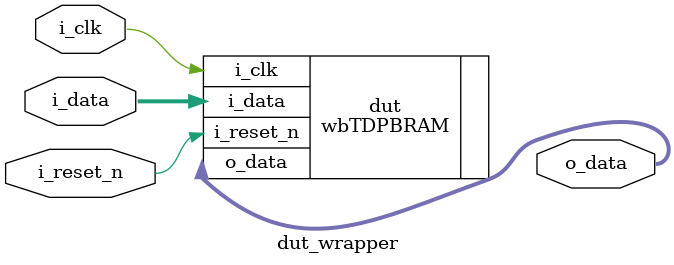
<source format=sv>
`timescale 1ps/1ps

module dut_wrapper(
    input wire i_clk,
    input wire i_reset_n,
    input wire [7:0] i_data,
    output wire [7:0] o_data
);

wbTDPBRAM dut (
    .i_clk(i_clk),
    .i_reset_n(i_reset_n),
    .i_data(i_data),
    .o_data(o_data)
);

endmodule
</source>
